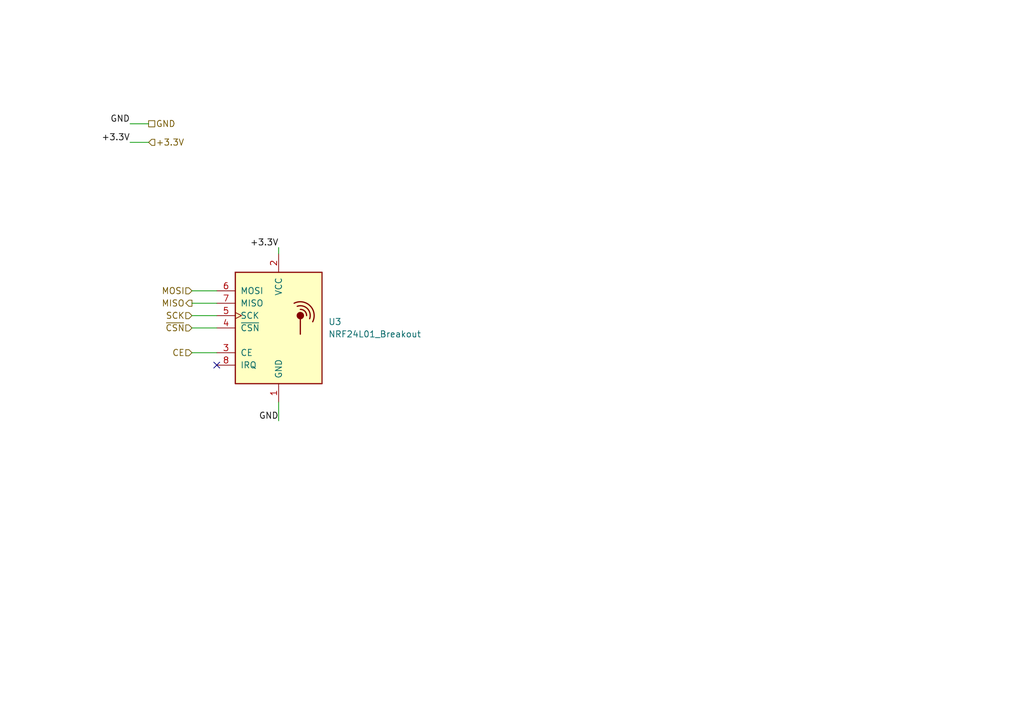
<source format=kicad_sch>
(kicad_sch (version 20231120) (generator "eeschema") (generator_version "8.0")
  (paper "A5")
  (title_block (title "Sensors") (date "2024-08-29") (rev "1.0") (company "Designed by CREPP-NLG"))
  (lib_symbols
    (symbol "RF:NRF24L01_Breakout" (pin_names (offset 1.016))
      (property "Reference" "U" (at -8.89 12.7 0))
      (property "Value" "NRF24L01_Breakout" (at 3.81 12.7 0))
      (symbol "NRF24L01_Breakout_0_1"
        (rectangle (start -8.89 11.43) (end 8.89 -11.43) (stroke (width 0.254)) (fill (type background)))
        (polyline (pts (xy 4.445 1.905) (xy 4.445 -1.27)) (stroke (width 0.254)))
        (circle (center 4.445 2.54) (radius 0.635) (stroke (width 0.254)) (fill (type outline)))
        (arc (start 5.715 2.54) (mid 5.3521 3.4546) (end 4.445 3.81) (stroke (width 0.254)))
        (arc (start 6.35 1.905) (mid 5.8763 3.9854) (end 3.81 4.445) (stroke (width 0.254)))
        (arc (start 6.985 1.27) (mid 6.453 4.548) (end 3.175 5.08) (stroke (width 0.254)))
      )
      (symbol "NRF24L01_Breakout_1_1"
        (pin power_in line (at 0 -15.24 90) (length 3.81) (name "GND") (number "1"))
        (pin power_in line (at 0 15.24 270) (length 3.81) (name "VCC") (number "2"))
        (pin input line (at -12.7 -5.08 0) (length 3.81) (name "CE") (number "3"))
        (pin input line (at -12.7 0 0) (length 3.81) (name "~{CSN}") (number "4"))
        (pin input clock (at -12.7 2.54 0) (length 3.81) (name "SCK") (number "5"))
        (pin input line (at -12.7 7.62 0) (length 3.81) (name "MOSI") (number "6"))
        (pin output line (at -12.7 5.08 0) (length 3.81) (name "MISO") (number "7"))
        (pin output line (at -12.7 -7.62 0) (length 3.81) (name "IRQ") (number "8"))
      )
    )
  )
  (no_connect (at 44.45 74.93))
  (wire (pts (xy 39.37 67.31) (xy 44.45 67.31)))
  (wire (pts (xy 57.15 50.8) (xy 57.15 52.07)))
  (wire (pts (xy 39.37 62.23) (xy 44.45 62.23)))
  (wire (pts (xy 39.37 72.39) (xy 44.45 72.39)))
  (wire (pts (xy 39.37 59.69) (xy 44.45 59.69)))
  (wire (pts (xy 39.37 64.77) (xy 44.45 64.77)))
  (wire (pts (xy 57.15 82.55) (xy 57.15 86.36)))
  (wire (pts (xy 26.67 29.21) (xy 30.48 29.21)))
  (wire (pts (xy 26.67 25.4) (xy 30.48 25.4)))
  (label "+3.3V" (at 57.15 50.8 180))
  (label "GND" (at 26.67 25.4 180))
  (label "+3.3V" (at 26.67 29.21 180))
  (label "GND" (at 57.15 86.36 180))
  (hierarchical_label "MOSI" (shape input) (at 39.37 59.69 180))
  (hierarchical_label "CE" (shape input) (at 39.37 72.39 180))
  (hierarchical_label "+3.3V" (shape input) (at 30.48 29.21 0))
  (hierarchical_label "~{CSN}" (shape input) (at 39.37 67.31 180))
  (hierarchical_label "GND" (shape passive) (at 30.48 25.4 0))
  (hierarchical_label "SCK" (shape input) (at 39.37 64.77 180))
  (hierarchical_label "MISO" (shape output) (at 39.37 62.23 180))
  (symbol (lib_id "RF:NRF24L01_Breakout") (at 57.15 67.31 0) (unit 1)
    (property "Reference" "U3" (at 67.31 66.0399 0) (effects (justify left)))
    (property "Value" "NRF24L01_Breakout" (at 67.31 68.5799 0) (effects (justify left)))
    (property "Footprint" "RF_Module:nRF24L01_Breakout" (effects (hide yes)))
    (property "Datasheet" "http://www.nordicsemi.com/eng/content/download/2730/34105/file/nRF24L01_Product_Specification_v2_0.pdf" (effects (hide yes)))
    (property "Description" "Ultra low power 2.4GHz RF Transceiver, Carrier PCB" (effects (hide yes)))
  )
)
</source>
